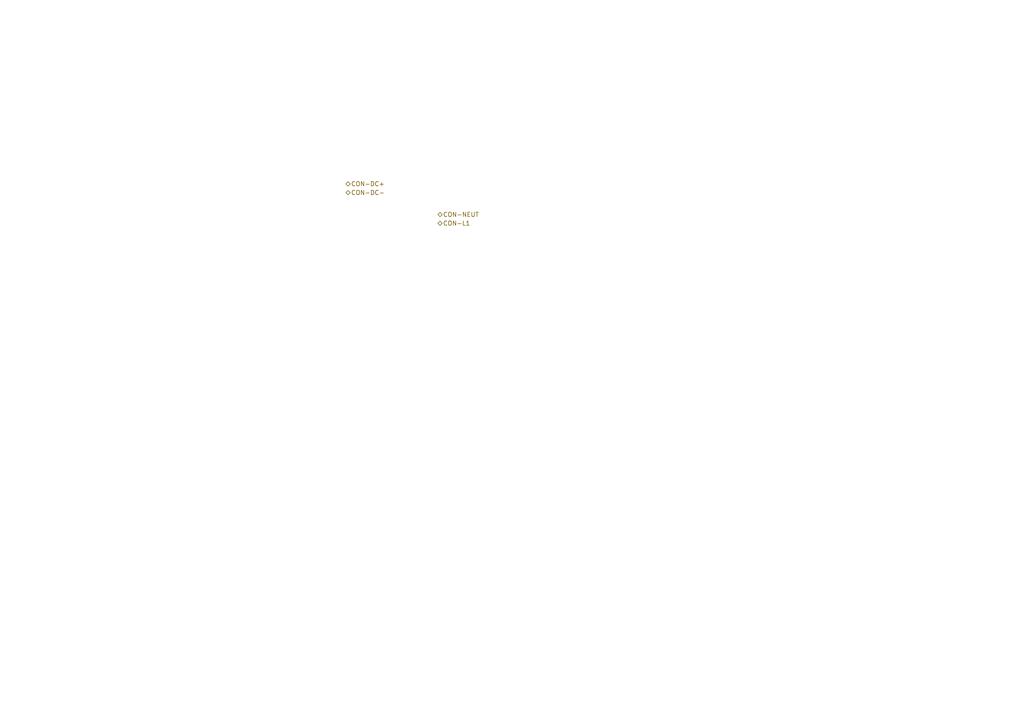
<source format=kicad_sch>
(kicad_sch (version 20230121) (generator eeschema)
  (paper "A4")
  (lib_symbols)
  (hierarchical_label "CON-DC-" (shape bidirectional) (at 100.33 55.88 0))
  (hierarchical_label "CON-L1" (shape bidirectional) (at 127 64.77 0))
  (hierarchical_label "CON-DC+" (shape bidirectional) (at 100.33 53.34 0))
  (hierarchical_label "CON-NEUT" (shape bidirectional) (at 127 62.23 0))
)
</source>
